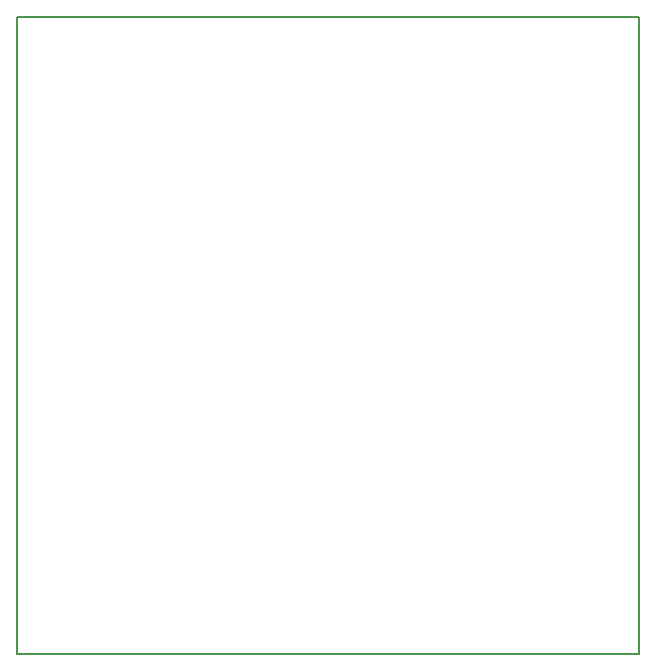
<source format=gm1>
G04 #@! TF.FileFunction,Profile,NP*
%FSLAX46Y46*%
G04 Gerber Fmt 4.6, Leading zero omitted, Abs format (unit mm)*
G04 Created by KiCad (PCBNEW 4.0.7) date 01/26/18 10:19:39*
%MOMM*%
%LPD*%
G01*
G04 APERTURE LIST*
%ADD10C,0.100000*%
%ADD11C,0.150000*%
G04 APERTURE END LIST*
D10*
D11*
X97790000Y-75565000D02*
X150495000Y-75565000D01*
X97790000Y-129540000D02*
X97790000Y-75565000D01*
X150495000Y-129540000D02*
X97790000Y-129540000D01*
X150495000Y-129540000D02*
X150495000Y-75565000D01*
M02*

</source>
